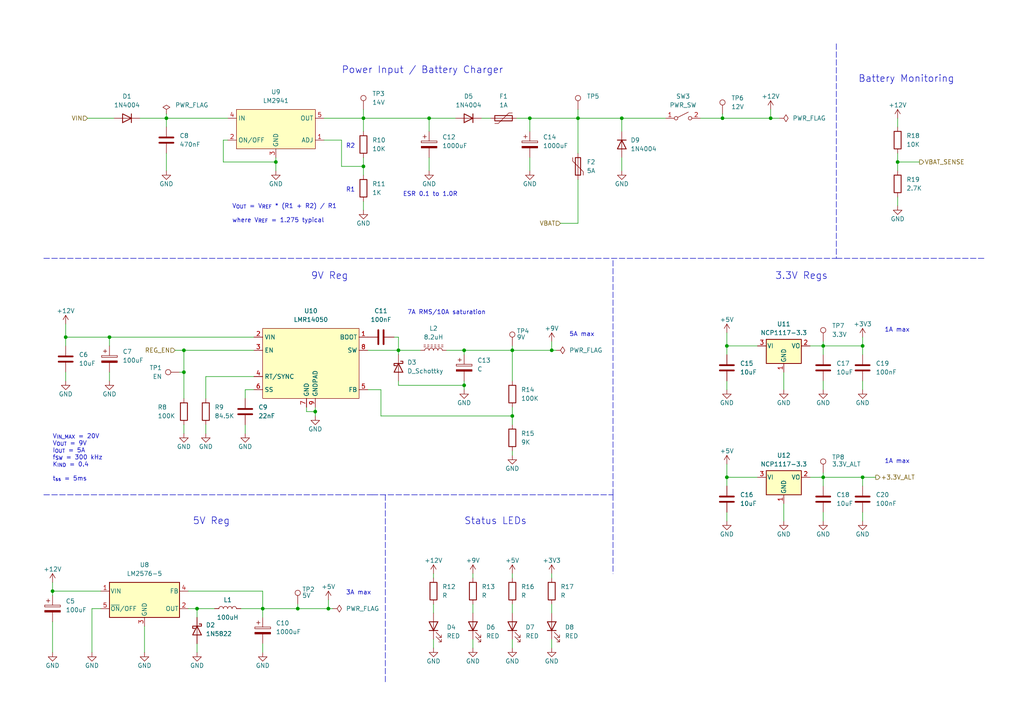
<source format=kicad_sch>
(kicad_sch (version 20211123) (generator eeschema)
  (paper "A4")
  (title_block (title "SW-3240: Power Supply") (date "2022-02-01") (rev "1") (company "saawsm"))
  (lib_symbols
    (symbol "Connector:TestPoint" (pin_numbers hide) (pin_names (offset 0.762) hide)
      (property "Reference" "TP" (at 0 6.858 0))
      (property "Value" "TestPoint" (at 0 5.08 0))
      (symbol "TestPoint_0_1"
        (circle (center 0 3.302) (radius 0.762))
      )
      (symbol "TestPoint_1_1"
        (pin passive line (at 0 0 90) (length 2.54) (name "1") (number "1"))
      )
    )
    (symbol "Device:C" (pin_numbers hide) (pin_names (offset 0.254))
      (property "Reference" "C" (at 0.635 2.54 0))
      (property "Value" "C" (at 0.635 -2.54 0))
      (symbol "C_0_1"
        (polyline (pts (xy -2.032 -0.762) (xy 2.032 -0.762)) (stroke (width 0.508)))
        (polyline (pts (xy -2.032 0.762) (xy 2.032 0.762)) (stroke (width 0.508)))
      )
      (symbol "C_1_1"
        (pin passive line (at 0 3.81 270) (length 2.794) (name "~") (number "1"))
        (pin passive line (at 0 -3.81 90) (length 2.794) (name "~") (number "2"))
      )
    )
    (symbol "Device:C_Polarized" (pin_numbers hide) (pin_names (offset 0.254))
      (property "Reference" "C" (at 0.635 2.54 0))
      (property "Value" "C_Polarized" (at 0.635 -2.54 0))
      (symbol "C_Polarized_0_1"
        (rectangle (start -2.286 0.508) (end 2.286 1.016))
        (polyline (pts (xy -1.778 2.286) (xy -0.762 2.286)))
        (polyline (pts (xy -1.27 2.794) (xy -1.27 1.778)))
        (rectangle (start 2.286 -0.508) (end -2.286 -1.016) (fill (type outline)))
      )
      (symbol "C_Polarized_1_1"
        (pin passive line (at 0 3.81 270) (length 2.794) (name "~") (number "1"))
        (pin passive line (at 0 -3.81 90) (length 2.794) (name "~") (number "2"))
      )
    )
    (symbol "Device:D" (pin_numbers hide) (pin_names (offset 1.016) hide)
      (property "Reference" "D" (at 0 2.54 0))
      (property "Value" "D" (at 0 -2.54 0))
      (symbol "D_0_1"
        (polyline (pts (xy -1.27 1.27) (xy -1.27 -1.27)) (stroke (width 0.254)))
        (polyline (pts (xy 1.27 0) (xy -1.27 0)))
        (polyline (pts (xy 1.27 1.27) (xy 1.27 -1.27) (xy -1.27 0) (xy 1.27 1.27)) (stroke (width 0.254)))
      )
      (symbol "D_1_1"
        (pin passive line (at -3.81 0 0) (length 2.54) (name "K") (number "1"))
        (pin passive line (at 3.81 0 180) (length 2.54) (name "A") (number "2"))
      )
    )
    (symbol "Device:D_Schottky" (pin_numbers hide) (pin_names (offset 1.016) hide)
      (property "Reference" "D" (at 0 2.54 0))
      (property "Value" "D_Schottky" (at 0 -2.54 0))
      (symbol "D_Schottky_0_1"
        (polyline (pts (xy 1.27 0) (xy -1.27 0)))
        (polyline (pts (xy 1.27 1.27) (xy 1.27 -1.27) (xy -1.27 0) (xy 1.27 1.27)) (stroke (width 0.254)))
        (polyline (pts (xy -1.905 0.635) (xy -1.905 1.27) (xy -1.27 1.27) (xy -1.27 -1.27) (xy -0.635 -1.27) (xy -0.635 -0.635)) (stroke (width 0.254)))
      )
      (symbol "D_Schottky_1_1"
        (pin passive line (at -3.81 0 0) (length 2.54) (name "K") (number "1"))
        (pin passive line (at 3.81 0 180) (length 2.54) (name "A") (number "2"))
      )
    )
    (symbol "Device:L" (pin_numbers hide) (pin_names (offset 1.016) hide)
      (property "Reference" "L" (at -1.27 0 90))
      (property "Value" "L" (at 1.905 0 90))
      (symbol "L_0_1"
        (arc (start 0 -2.54) (mid 0.635 -1.905) (end 0 -1.27))
        (arc (start 0 -1.27) (mid 0.635 -0.635) (end 0 0))
        (arc (start 0 0) (mid 0.635 0.635) (end 0 1.27))
        (arc (start 0 1.27) (mid 0.635 1.905) (end 0 2.54))
      )
      (symbol "L_1_1"
        (pin passive line (at 0 3.81 270) (length 1.27) (name "1") (number "1"))
        (pin passive line (at 0 -3.81 90) (length 1.27) (name "2") (number "2"))
      )
    )
    (symbol "Device:LED" (pin_numbers hide) (pin_names (offset 1.016) hide)
      (property "Reference" "D" (at 0 2.54 0))
      (property "Value" "LED" (at 0 -2.54 0))
      (symbol "LED_0_1"
        (polyline (pts (xy -1.27 -1.27) (xy -1.27 1.27)) (stroke (width 0.254)))
        (polyline (pts (xy -1.27 0) (xy 1.27 0)))
        (polyline (pts (xy 1.27 -1.27) (xy 1.27 1.27) (xy -1.27 0) (xy 1.27 -1.27)) (stroke (width 0.254)))
        (polyline (pts (xy -3.048 -0.762) (xy -4.572 -2.286) (xy -3.81 -2.286) (xy -4.572 -2.286) (xy -4.572 -1.524)))
        (polyline (pts (xy -1.778 -0.762) (xy -3.302 -2.286) (xy -2.54 -2.286) (xy -3.302 -2.286) (xy -3.302 -1.524)))
      )
      (symbol "LED_1_1"
        (pin passive line (at -3.81 0 0) (length 2.54) (name "K") (number "1"))
        (pin passive line (at 3.81 0 180) (length 2.54) (name "A") (number "2"))
      )
    )
    (symbol "Device:L_Ferrite" (pin_numbers hide) (pin_names (offset 1.016) hide)
      (property "Reference" "L" (at -1.27 0 90))
      (property "Value" "L_Ferrite" (at 2.794 0 90))
      (symbol "L_Ferrite_0_1"
        (arc (start 0 -2.54) (mid 0.635 -1.905) (end 0 -1.27))
        (arc (start 0 -1.27) (mid 0.635 -0.635) (end 0 0))
        (polyline (pts (xy 1.016 -2.794) (xy 1.016 -2.286)))
        (polyline (pts (xy 1.016 -1.778) (xy 1.016 -1.27)))
        (polyline (pts (xy 1.016 -0.762) (xy 1.016 -0.254)))
        (polyline (pts (xy 1.016 0.254) (xy 1.016 0.762)))
        (polyline (pts (xy 1.016 1.27) (xy 1.016 1.778)))
        (polyline (pts (xy 1.016 2.286) (xy 1.016 2.794)))
        (polyline (pts (xy 1.524 -2.286) (xy 1.524 -2.794)))
        (polyline (pts (xy 1.524 -1.27) (xy 1.524 -1.778)))
        (polyline (pts (xy 1.524 -0.254) (xy 1.524 -0.762)))
        (polyline (pts (xy 1.524 0.762) (xy 1.524 0.254)))
        (polyline (pts (xy 1.524 1.778) (xy 1.524 1.27)))
        (polyline (pts (xy 1.524 2.794) (xy 1.524 2.286)))
        (arc (start 0 0) (mid 0.635 0.635) (end 0 1.27))
        (arc (start 0 1.27) (mid 0.635 1.905) (end 0 2.54))
      )
      (symbol "L_Ferrite_1_1"
        (pin passive line (at 0 3.81 270) (length 1.27) (name "1") (number "1"))
        (pin passive line (at 0 -3.81 90) (length 1.27) (name "2") (number "2"))
      )
    )
    (symbol "Device:Polyfuse" (pin_numbers hide) (pin_names (offset 0))
      (property "Reference" "F" (at -2.54 0 90))
      (property "Value" "Polyfuse" (at 2.54 0 90))
      (symbol "Polyfuse_0_1"
        (rectangle (start -0.762 2.54) (end 0.762 -2.54) (stroke (width 0.254)))
        (polyline (pts (xy 0 2.54) (xy 0 -2.54)))
        (polyline (pts (xy -1.524 2.54) (xy -1.524 1.524) (xy 1.524 -1.524) (xy 1.524 -2.54)))
      )
      (symbol "Polyfuse_1_1"
        (pin passive line (at 0 3.81 270) (length 1.27) (name "~") (number "1"))
        (pin passive line (at 0 -3.81 90) (length 1.27) (name "~") (number "2"))
      )
    )
    (symbol "Device:R" (pin_numbers hide) (pin_names (offset 0))
      (property "Reference" "R" (at 2.032 0 90))
      (property "Value" "R" (at 0 0 90))
      (symbol "R_0_1"
        (rectangle (start -1.016 -2.54) (end 1.016 2.54) (stroke (width 0.254)))
      )
      (symbol "R_1_1"
        (pin passive line (at 0 3.81 270) (length 1.27) (name "~") (number "1"))
        (pin passive line (at 0 -3.81 90) (length 1.27) (name "~") (number "2"))
      )
    )
    (symbol "Regulator_Linear:NCP1117-3.3_SOT223" (pin_names (offset 0.254))
      (property "Reference" "U" (at -3.81 3.175 0))
      (property "Value" "NCP1117-3.3_SOT223" (at 0 3.175 0))
      (symbol "NCP1117-3.3_SOT223_0_1"
        (rectangle (start -5.08 -5.08) (end 5.08 1.905) (stroke (width 0.254)) (fill (type background)))
      )
      (symbol "NCP1117-3.3_SOT223_1_1"
        (pin power_in line (at 0 -7.62 90) (length 2.54) (name "GND") (number "1"))
        (pin power_out line (at 7.62 0 180) (length 2.54) (name "VO") (number "2"))
        (pin power_in line (at -7.62 0 0) (length 2.54) (name "VI") (number "3"))
      )
    )
    (symbol "Regulator_Switching:LM2576S-5" (pin_names (offset 0.254))
      (property "Reference" "U" (at -10.16 6.35 0))
      (property "Value" "LM2576S-5" (at 0 6.35 0))
      (symbol "LM2576S-5_0_1"
        (rectangle (start -10.16 5.08) (end 10.16 -5.08) (stroke (width 0.254)) (fill (type background)))
      )
      (symbol "LM2576S-5_1_1"
        (pin power_in line (at -12.7 2.54 0) (length 2.54) (name "VIN") (number "1"))
        (pin output line (at 12.7 -2.54 180) (length 2.54) (name "OUT") (number "2"))
        (pin power_in line (at 0 -7.62 90) (length 2.54) (name "GND") (number "3"))
        (pin input line (at 12.7 2.54 180) (length 2.54) (name "FB") (number "4"))
        (pin input line (at -12.7 -2.54 0) (length 2.54) (name "~{ON}/OFF") (number "5"))
      )
    )
    (symbol "SaawLib:LM2941"
      (property "Reference" "U" (at 0 7.62 0))
      (property "Value" "LM2941" (at 7.62 -6.35 0))
      (symbol "LM2941_0_1"
        (rectangle (start -11.43 6.35) (end 11.43 -5.08) (fill (type background)))
      )
      (symbol "LM2941_1_1"
        (pin input line (at 13.97 -2.54 180) (length 2.54) (name "ADJ") (number "1"))
        (pin input line (at -13.97 -2.54 0) (length 2.54) (name "ON/OFF") (number "2"))
        (pin power_in line (at 0 -7.62 90) (length 2.54) (name "GND") (number "3"))
        (pin power_in line (at -13.97 3.81 0) (length 2.54) (name "IN") (number "4"))
        (pin power_out line (at 13.97 3.81 180) (length 2.54) (name "OUT") (number "5"))
      )
    )
    (symbol "SaawLib:LMR14050"
      (property "Reference" "U" (at 0 12.7 0))
      (property "Value" "LMR14050" (at -1.27 10.16 0))
      (symbol "LMR14050_0_1"
        (rectangle (start -13.97 8.89) (end 13.97 -11.43) (fill (type background)))
      )
      (symbol "LMR14050_1_1"
        (pin output line (at 16.51 6.35 180) (length 2.54) (name "BOOT") (number "1"))
        (pin power_in line (at -16.51 6.35 0) (length 2.54) (name "VIN") (number "2"))
        (pin input line (at -16.51 2.54 0) (length 2.54) (name "EN") (number "3"))
        (pin input line (at -16.51 -5.08 0) (length 2.54) (name "RT/SYNC") (number "4"))
        (pin input line (at 16.51 -8.89 180) (length 2.54) (name "FB") (number "5"))
        (pin output line (at -16.51 -8.89 0) (length 2.54) (name "SS") (number "6"))
        (pin power_in line (at -1.27 -13.97 90) (length 2.54) (name "GND") (number "7"))
        (pin output line (at 16.51 2.54 180) (length 2.54) (name "SW") (number "8"))
        (pin power_in line (at 1.27 -13.97 90) (length 2.54) (name "GNDPAD") (number "9"))
      )
    )
    (symbol "Switch:SW_SPST" (pin_names (offset 0) hide)
      (property "Reference" "SW" (at 0 3.175 0))
      (property "Value" "SW_SPST" (at 0 -2.54 0))
      (symbol "SW_SPST_0_0"
        (circle (center -2.032 0) (radius 0.508))
        (polyline (pts (xy -1.524 0.254) (xy 1.524 1.778)))
        (circle (center 2.032 0) (radius 0.508))
      )
      (symbol "SW_SPST_1_1"
        (pin passive line (at -5.08 0 0) (length 2.54) (name "A") (number "1"))
        (pin passive line (at 5.08 0 180) (length 2.54) (name "B") (number "2"))
      )
    )
    (symbol "power:+12V" (power) (pin_names (offset 0))
      (property "Value" "+12V" (at 0 3.556 0))
      (symbol "+12V_0_1"
        (polyline (pts (xy -0.762 1.27) (xy 0 2.54)))
        (polyline (pts (xy 0 0) (xy 0 2.54)))
        (polyline (pts (xy 0 2.54) (xy 0.762 1.27)))
      )
      (symbol "+12V_1_1"
        (pin power_in line (at 0 0 90) (length 0) hide (name "+12V") (number "1"))
      )
    )
    (symbol "power:+3.3V" (power) (pin_names (offset 0))
      (property "Value" "+3.3V" (at 0 3.556 0))
      (symbol "+3.3V_0_1"
        (polyline (pts (xy -0.762 1.27) (xy 0 2.54)))
        (polyline (pts (xy 0 0) (xy 0 2.54)))
        (polyline (pts (xy 0 2.54) (xy 0.762 1.27)))
      )
      (symbol "+3.3V_1_1"
        (pin power_in line (at 0 0 90) (length 0) hide (name "+3V3") (number "1"))
      )
    )
    (symbol "power:+5V" (power) (pin_names (offset 0))
      (property "Value" "+5V" (at 0 3.556 0))
      (symbol "+5V_0_1"
        (polyline (pts (xy -0.762 1.27) (xy 0 2.54)))
        (polyline (pts (xy 0 0) (xy 0 2.54)))
        (polyline (pts (xy 0 2.54) (xy 0.762 1.27)))
      )
      (symbol "+5V_1_1"
        (pin power_in line (at 0 0 90) (length 0) hide (name "+5V") (number "1"))
      )
    )
    (symbol "power:+9V" (power) (pin_names (offset 0))
      (property "Value" "+9V" (at 0 3.556 0))
      (symbol "+9V_0_1"
        (polyline (pts (xy -0.762 1.27) (xy 0 2.54)))
        (polyline (pts (xy 0 0) (xy 0 2.54)))
        (polyline (pts (xy 0 2.54) (xy 0.762 1.27)))
      )
      (symbol "+9V_1_1"
        (pin power_in line (at 0 0 90) (length 0) hide (name "+9V") (number "1"))
      )
    )
    (symbol "power:GND" (power) (pin_names (offset 0))
      (property "Value" "GND" (at 0 -3.81 0))
      (symbol "GND_0_1"
        (polyline (pts (xy 0 0) (xy 0 -1.27) (xy 1.27 -1.27) (xy 0 -2.54) (xy -1.27 -1.27) (xy 0 -1.27)))
      )
      (symbol "GND_1_1"
        (pin power_in line (at 0 0 270) (length 0) hide (name "GND") (number "1"))
      )
    )
    (symbol "power:PWR_FLAG" (power) (pin_numbers hide) (pin_names (offset 0) hide)
      (property "Value" "PWR_FLAG" (at 0 3.81 0))
      (symbol "PWR_FLAG_0_0"
        (pin power_out line (at 0 0 90) (length 0) (name "pwr") (number "1"))
      )
      (symbol "PWR_FLAG_0_1"
        (polyline (pts (xy 0 0) (xy 0 1.27) (xy -1.016 1.905) (xy 0 2.54) (xy 1.016 1.905) (xy 0 1.27)))
      )
    )
  )
  (junction (at 148.59 101.6))
  (junction (at 105.41 34.29))
  (junction (at 167.64 34.29))
  (junction (at 250.19 100.33))
  (junction (at 57.15 176.53))
  (junction (at 76.2 176.53))
  (junction (at 53.34 107.95))
  (junction (at 31.75 97.79))
  (junction (at 134.62 101.6))
  (junction (at 223.52 34.29))
  (junction (at 48.26 34.29))
  (junction (at 180.34 34.29))
  (junction (at 238.76 138.43))
  (junction (at 15.24 171.45))
  (junction (at 134.62 111.76))
  (junction (at 105.41 48.26))
  (junction (at 95.25 176.53))
  (junction (at 160.02 101.6))
  (junction (at 250.19 138.43))
  (junction (at 153.67 34.29))
  (junction (at 115.57 101.6))
  (junction (at 91.44 119.38))
  (junction (at 19.05 97.79))
  (junction (at 209.55 34.29))
  (junction (at 210.82 100.33))
  (junction (at 80.01 46.99))
  (junction (at 86.36 176.53))
  (junction (at 53.34 101.6))
  (junction (at 260.35 46.99))
  (junction (at 238.76 100.33))
  (junction (at 210.82 138.43))
  (junction (at 148.59 120.65))
  (junction (at 124.46 34.29))
  (polyline (pts (xy 242.57 74.93) (xy 285.75 74.93)))
  (wire (pts (xy 48.26 44.45) (xy 48.26 49.53)))
  (wire (pts (xy 115.57 101.6) (xy 115.57 102.87)))
  (wire (pts (xy 71.12 123.19) (xy 71.12 125.73)))
  (wire (pts (xy 71.12 115.57) (xy 71.12 113.03)))
  (wire (pts (xy 115.57 110.49) (xy 115.57 111.76)))
  (wire (pts (xy 134.62 101.6) (xy 148.59 101.6)))
  (wire (pts (xy 15.24 171.45) (xy 15.24 172.72)))
  (wire (pts (xy 238.76 110.49) (xy 238.76 113.03)))
  (wire (pts (xy 105.41 48.26) (xy 105.41 50.8)))
  (wire (pts (xy 139.7 34.29) (xy 142.24 34.29)))
  (wire (pts (xy 238.76 138.43) (xy 234.95 138.43)))
  (wire (pts (xy 160.02 185.42) (xy 160.02 187.96)))
  (wire (pts (xy 153.67 34.29) (xy 167.64 34.29)))
  (wire (pts (xy 31.75 107.95) (xy 31.75 110.49)))
  (wire (pts (xy 105.41 34.29) (xy 124.46 34.29)))
  (polyline (pts (xy 107.95 143.51) (xy 177.8 143.51)))
  (wire (pts (xy 57.15 186.69) (xy 57.15 189.23)))
  (polyline (pts (xy 12.7 74.93) (xy 242.57 74.93)))
  (wire (pts (xy 148.59 130.81) (xy 148.59 132.08)))
  (wire (pts (xy 238.76 100.33) (xy 234.95 100.33)))
  (wire (pts (xy 115.57 111.76) (xy 134.62 111.76)))
  (wire (pts (xy 48.26 34.29) (xy 66.04 34.29)))
  (wire (pts (xy 250.19 138.43) (xy 250.19 140.97)))
  (wire (pts (xy 148.59 118.11) (xy 148.59 120.65)))
  (wire (pts (xy 95.25 176.53) (xy 95.25 173.99)))
  (wire (pts (xy 210.82 100.33) (xy 210.82 102.87)))
  (wire (pts (xy 93.98 40.64) (xy 99.06 40.64)))
  (wire (pts (xy 106.68 101.6) (xy 115.57 101.6)))
  (wire (pts (xy 210.82 138.43) (xy 219.71 138.43)))
  (wire (pts (xy 148.59 185.42) (xy 148.59 187.96)))
  (wire (pts (xy 180.34 34.29) (xy 180.34 38.1)))
  (wire (pts (xy 238.76 100.33) (xy 238.76 102.87)))
  (wire (pts (xy 180.34 45.72) (xy 180.34 49.53)))
  (wire (pts (xy 105.41 58.42) (xy 105.41 60.96)))
  (wire (pts (xy 180.34 34.29) (xy 193.04 34.29)))
  (wire (pts (xy 52.07 107.95) (xy 53.34 107.95)))
  (wire (pts (xy 48.26 33.02) (xy 48.26 34.29)))
  (wire (pts (xy 137.16 166.37) (xy 137.16 167.64)))
  (wire (pts (xy 53.34 101.6) (xy 53.34 107.95)))
  (wire (pts (xy 148.59 101.6) (xy 160.02 101.6)))
  (wire (pts (xy 59.69 115.57) (xy 59.69 109.22)))
  (wire (pts (xy 210.82 138.43) (xy 210.82 140.97)))
  (wire (pts (xy 105.41 48.26) (xy 99.06 48.26)))
  (wire (pts (xy 59.69 123.19) (xy 59.69 125.73)))
  (wire (pts (xy 91.44 119.38) (xy 91.44 120.65)))
  (wire (pts (xy 19.05 97.79) (xy 31.75 97.79)))
  (wire (pts (xy 167.64 34.29) (xy 167.64 44.45)))
  (wire (pts (xy 250.19 97.79) (xy 250.19 100.33)))
  (wire (pts (xy 69.85 176.53) (xy 76.2 176.53)))
  (wire (pts (xy 64.77 46.99) (xy 80.01 46.99)))
  (wire (pts (xy 53.34 107.95) (xy 53.34 115.57)))
  (wire (pts (xy 110.49 120.65) (xy 148.59 120.65)))
  (wire (pts (xy 88.9 119.38) (xy 88.9 118.11)))
  (wire (pts (xy 76.2 176.53) (xy 76.2 179.07)))
  (wire (pts (xy 162.56 64.77) (xy 167.64 64.77)))
  (wire (pts (xy 260.35 57.15) (xy 260.35 59.69)))
  (wire (pts (xy 66.04 40.64) (xy 64.77 40.64)))
  (wire (pts (xy 19.05 107.95) (xy 19.05 110.49)))
  (wire (pts (xy 137.16 175.26) (xy 137.16 177.8)))
  (wire (pts (xy 238.76 137.16) (xy 238.76 138.43)))
  (wire (pts (xy 53.34 123.19) (xy 53.34 125.73)))
  (wire (pts (xy 238.76 99.06) (xy 238.76 100.33)))
  (wire (pts (xy 71.12 113.03) (xy 73.66 113.03)))
  (wire (pts (xy 250.19 110.49) (xy 250.19 113.03)))
  (wire (pts (xy 260.35 46.99) (xy 266.7 46.99)))
  (wire (pts (xy 110.49 113.03) (xy 106.68 113.03)))
  (polyline (pts (xy 177.8 143.51) (xy 177.8 166.37)))
  (wire (pts (xy 210.82 100.33) (xy 219.71 100.33)))
  (wire (pts (xy 153.67 34.29) (xy 153.67 38.1)))
  (wire (pts (xy 149.86 34.29) (xy 153.67 34.29)))
  (wire (pts (xy 76.2 171.45) (xy 76.2 176.53)))
  (wire (pts (xy 19.05 100.33) (xy 19.05 97.79)))
  (wire (pts (xy 99.06 48.26) (xy 99.06 40.64)))
  (wire (pts (xy 210.82 134.62) (xy 210.82 138.43)))
  (wire (pts (xy 238.76 138.43) (xy 238.76 140.97)))
  (wire (pts (xy 250.19 100.33) (xy 250.19 102.87)))
  (wire (pts (xy 250.19 100.33) (xy 238.76 100.33)))
  (wire (pts (xy 57.15 176.53) (xy 62.23 176.53)))
  (wire (pts (xy 86.36 175.26) (xy 86.36 176.53)))
  (wire (pts (xy 40.64 34.29) (xy 48.26 34.29)))
  (wire (pts (xy 210.82 110.49) (xy 210.82 113.03)))
  (polyline (pts (xy 242.57 12.7) (xy 242.57 74.93)))
  (wire (pts (xy 167.64 64.77) (xy 167.64 52.07)))
  (wire (pts (xy 125.73 175.26) (xy 125.73 177.8)))
  (polyline (pts (xy 12.7 143.51) (xy 107.95 143.51)))
  (wire (pts (xy 41.91 181.61) (xy 41.91 189.23)))
  (wire (pts (xy 137.16 185.42) (xy 137.16 187.96)))
  (wire (pts (xy 59.69 109.22) (xy 73.66 109.22)))
  (wire (pts (xy 210.82 96.52) (xy 210.82 100.33)))
  (polyline (pts (xy 177.8 143.51) (xy 177.8 74.93)))
  (wire (pts (xy 160.02 99.06) (xy 160.02 101.6)))
  (wire (pts (xy 238.76 148.59) (xy 238.76 151.13)))
  (wire (pts (xy 167.64 31.75) (xy 167.64 34.29)))
  (wire (pts (xy 134.62 111.76) (xy 134.62 113.03)))
  (wire (pts (xy 25.4 34.29) (xy 33.02 34.29)))
  (wire (pts (xy 124.46 45.72) (xy 124.46 49.53)))
  (wire (pts (xy 110.49 120.65) (xy 110.49 113.03)))
  (wire (pts (xy 125.73 185.42) (xy 125.73 187.96)))
  (wire (pts (xy 125.73 166.37) (xy 125.73 167.64)))
  (wire (pts (xy 160.02 101.6) (xy 161.29 101.6)))
  (wire (pts (xy 124.46 34.29) (xy 124.46 38.1)))
  (wire (pts (xy 134.62 110.49) (xy 134.62 111.76)))
  (wire (pts (xy 54.61 171.45) (xy 76.2 171.45)))
  (wire (pts (xy 93.98 34.29) (xy 105.41 34.29)))
  (wire (pts (xy 15.24 168.91) (xy 15.24 171.45)))
  (wire (pts (xy 80.01 46.99) (xy 80.01 49.53)))
  (wire (pts (xy 26.67 176.53) (xy 26.67 189.23)))
  (wire (pts (xy 29.21 171.45) (xy 15.24 171.45)))
  (wire (pts (xy 160.02 166.37) (xy 160.02 167.64)))
  (wire (pts (xy 76.2 186.69) (xy 76.2 189.23)))
  (wire (pts (xy 226.06 34.29) (xy 223.52 34.29)))
  (wire (pts (xy 227.33 146.05) (xy 227.33 151.13)))
  (wire (pts (xy 86.36 176.53) (xy 95.25 176.53)))
  (wire (pts (xy 15.24 180.34) (xy 15.24 189.23)))
  (wire (pts (xy 148.59 100.33) (xy 148.59 101.6)))
  (wire (pts (xy 153.67 45.72) (xy 153.67 49.53)))
  (wire (pts (xy 238.76 138.43) (xy 250.19 138.43)))
  (wire (pts (xy 96.52 176.53) (xy 95.25 176.53)))
  (wire (pts (xy 19.05 93.98) (xy 19.05 97.79)))
  (wire (pts (xy 115.57 97.79) (xy 114.3 97.79)))
  (wire (pts (xy 80.01 45.72) (xy 80.01 46.99)))
  (wire (pts (xy 29.21 176.53) (xy 26.67 176.53)))
  (wire (pts (xy 105.41 31.75) (xy 105.41 34.29)))
  (wire (pts (xy 260.35 44.45) (xy 260.35 46.99)))
  (wire (pts (xy 148.59 166.37) (xy 148.59 167.64)))
  (wire (pts (xy 105.41 34.29) (xy 105.41 38.1)))
  (wire (pts (xy 167.64 34.29) (xy 180.34 34.29)))
  (wire (pts (xy 57.15 176.53) (xy 57.15 179.07)))
  (wire (pts (xy 54.61 176.53) (xy 57.15 176.53)))
  (wire (pts (xy 48.26 34.29) (xy 48.26 36.83)))
  (wire (pts (xy 260.35 46.99) (xy 260.35 49.53)))
  (polyline (pts (xy 111.76 143.51) (xy 111.76 198.12)))
  (wire (pts (xy 124.46 34.29) (xy 132.08 34.29)))
  (wire (pts (xy 53.34 101.6) (xy 73.66 101.6)))
  (wire (pts (xy 209.55 33.02) (xy 209.55 34.29)))
  (wire (pts (xy 203.2 34.29) (xy 209.55 34.29)))
  (wire (pts (xy 227.33 107.95) (xy 227.33 113.03)))
  (wire (pts (xy 105.41 45.72) (xy 105.41 48.26)))
  (wire (pts (xy 148.59 101.6) (xy 148.59 110.49)))
  (wire (pts (xy 250.19 138.43) (xy 254 138.43)))
  (wire (pts (xy 31.75 97.79) (xy 73.66 97.79)))
  (wire (pts (xy 91.44 118.11) (xy 91.44 119.38)))
  (wire (pts (xy 76.2 176.53) (xy 86.36 176.53)))
  (wire (pts (xy 223.52 31.75) (xy 223.52 34.29)))
  (wire (pts (xy 250.19 148.59) (xy 250.19 151.13)))
  (wire (pts (xy 115.57 101.6) (xy 115.57 97.79)))
  (wire (pts (xy 223.52 34.29) (xy 209.55 34.29)))
  (wire (pts (xy 134.62 102.87) (xy 134.62 101.6)))
  (wire (pts (xy 64.77 40.64) (xy 64.77 46.99)))
  (wire (pts (xy 31.75 97.79) (xy 31.75 100.33)))
  (wire (pts (xy 50.8 101.6) (xy 53.34 101.6)))
  (wire (pts (xy 260.35 34.29) (xy 260.35 36.83)))
  (wire (pts (xy 160.02 175.26) (xy 160.02 177.8)))
  (wire (pts (xy 91.44 119.38) (xy 88.9 119.38)))
  (wire (pts (xy 115.57 101.6) (xy 121.92 101.6)))
  (wire (pts (xy 129.54 101.6) (xy 134.62 101.6)))
  (wire (pts (xy 210.82 148.59) (xy 210.82 151.13)))
  (wire (pts (xy 148.59 120.65) (xy 148.59 123.19)))
  (wire (pts (xy 148.59 175.26) (xy 148.59 177.8)))
  (text "ESR 0.1 to 1.0R" (at 116.84 57.15 0) (effects (font (size 1.27 1.27)) (justify left bottom)))
  (text "Status LEDs" (at 134.62 152.4 0) (effects (font (size 2 2)) (justify left bottom)))
  (text "5A max" (at 165.1 97.79 0) (effects (font (size 1.27 1.27)) (justify left bottom)))
  (text "5V Reg" (at 55.88 152.4 0) (effects (font (size 2 2)) (justify left bottom)))
  (text "9V Reg" (at 90.17 81.28 0) (effects (font (size 2 2)) (justify left bottom)))
  (text "V_{OUT} = V_{REF} * (R1 + R2) / R1\n\nwhere V_{REF} = 1.275 typical" (at 67.31 64.77 0) (effects (font (size 1.27 1.27)) (justify left bottom)))
  (text "3.3V Regs" (at 224.79 81.28 0) (effects (font (size 2 2)) (justify left bottom)))
  (text "Power Input / Battery Charger" (at 99.06 21.59 0) (effects (font (size 2 2)) (justify left bottom)))
  (text "R2" (at 100.33 43.18 0) (effects (font (size 1.27 1.27)) (justify left bottom)))
  (text "Battery Monitoring" (at 248.92 24.13 0) (effects (font (size 2 2)) (justify left bottom)))
  (text "1A max" (at 256.54 96.52 0) (effects (font (size 1.27 1.27)) (justify left bottom)))
  (text "7A RMS/10A saturation" (at 118.11 91.44 0) (effects (font (size 1.27 1.27)) (justify left bottom)))
  (text "R1" (at 100.33 55.88 0) (effects (font (size 1.27 1.27)) (justify left bottom)))
  (text "1A max" (at 256.54 134.62 0) (effects (font (size 1.27 1.27)) (justify left bottom)))
  (text "V_{IN_MAX} = 20V\nV_{OUT} = 9V\nI_{OUT} = 5A\nf_{SW} = 300 kHz\nK_{IND} = 0.4\n\nt_{ss} = 5ms" (at 15.24 139.7 0) (effects (font (size 1.27 1.27)) (justify left bottom)))
  (text "3A max" (at 100.33 172.72 0) (effects (font (size 1.27 1.27)) (justify left bottom)))
  (hierarchical_label "VBAT" (shape input) (at 162.56 64.77 180))
  (hierarchical_label "VIN" (shape input) (at 25.4 34.29 180))
  (hierarchical_label "REG_EN" (shape input) (at 50.8 101.6 180))
  (hierarchical_label "VBAT_SENSE" (shape output) (at 266.7 46.99 0))
  (hierarchical_label "+3.3V_ALT" (shape output) (at 254 138.43 0))
  (symbol (lib_id "Device:R") (at 53.34 119.38 0) (unit 1)
    (property "Reference" "R8" (at 45.72 118.11 0) (effects (justify left)))
    (property "Value" "100K" (at 45.72 120.65 0) (effects (justify left)))
    (property "Footprint" "Resistor_SMD:R_0603_1608Metric" (effects hide))
  )
  (symbol (lib_id "Device:R") (at 148.59 127 0) (unit 1)
    (property "Reference" "R15" (at 151.13 125.7299 0) (effects (justify left)))
    (property "Value" "9K" (at 151.13 128.2699 0) (effects (justify left)))
  )
  (symbol (lib_id "Device:LED") (at 148.59 181.61 90) (unit 1)
    (property "Reference" "D7" (at 152.4 181.9274 90) (effects (justify right)))
    (property "Value" "RED" (at 152.4 184.4674 90) (effects (justify right)))
    (property "Footprint" "LED_SMD:LED_0805_2012Metric" (effects hide))
  )
  (symbol (lib_id "Device:C") (at 238.76 106.68 0) (unit 1)
    (property "Reference" "C17" (at 242.57 105.4099 0) (effects (justify left)))
    (property "Value" "10uF" (at 242.57 107.9499 0) (effects (justify left)))
    (property "Footprint" "Capacitor_SMD:C_0603_1608Metric" (effects hide))
  )
  (symbol (lib_id "power:GND") (at 250.19 151.13 0) (unit 1)
    (property "Reference" "#PWR085" (effects hide))
    (property "Value" "GND" (at 250.19 154.94 0))
  )
  (symbol (lib_id "Device:C") (at 71.12 119.38 180) (unit 1)
    (property "Reference" "C9" (at 74.93 118.1099 0) (effects (justify right)))
    (property "Value" "22nF" (at 74.93 120.6499 0) (effects (justify right)))
  )
  (symbol (lib_id "Device:C") (at 110.49 97.79 90) (unit 1)
    (property "Reference" "C11" (at 110.49 90.17 90))
    (property "Value" "100nF" (at 110.49 92.71 90))
  )
  (symbol (lib_id "Regulator_Linear:NCP1117-3.3_SOT223") (at 227.33 100.33 0) (unit 1)
    (property "Reference" "U11" (at 227.33 93.98 0))
    (property "Value" "NCP1117-3.3" (at 227.33 96.52 0))
    (property "Footprint" "Package_TO_SOT_SMD:SOT-223-3_TabPin2" (effects hide))
    (property "Datasheet" "http://www.onsemi.com/pub_link/Collateral/NCP1117-D.PDF" (effects hide))
  )
  (symbol (lib_id "Device:D") (at 180.34 41.91 270) (unit 1)
    (property "Reference" "D9" (at 182.88 40.6399 90) (effects (justify left)))
    (property "Value" "1N4004" (at 182.88 43.1799 90) (effects (justify left)))
    (property "Footprint" "Diode_SMD:D_SOD-123F" (effects hide))
  )
  (symbol (lib_id "Device:C_Polarized") (at 153.67 41.91 0) (unit 1)
    (property "Reference" "C14" (at 157.48 39.7509 0) (effects (justify left)))
    (property "Value" "1000uF" (at 157.48 42.2909 0) (effects (justify left)))
    (property "Footprint" "Capacitor_THT:CP_Radial_D8.0mm_P5.00mm" (effects hide))
  )
  (symbol (lib_id "Connector:TestPoint") (at 52.07 107.95 90) (unit 1)
    (property "Reference" "TP1" (at 46.99 106.6799 90) (effects (justify left)))
    (property "Value" "EN" (at 46.99 109.2199 90) (effects (justify left)))
    (property "Footprint" "TestPoint:TestPoint_THTPad_D2.0mm_Drill1.0mm" (effects hide))
  )
  (symbol (lib_id "power:GND") (at 53.34 125.73 0) (unit 1)
    (property "Reference" "#PWR051" (effects hide))
    (property "Value" "GND" (at 53.34 129.54 0))
  )
  (symbol (lib_id "power:GND") (at 125.73 187.96 0) (unit 1)
    (property "Reference" "#PWR062" (effects hide))
    (property "Value" "GND" (at 125.73 191.77 0))
  )
  (symbol (lib_id "Device:C") (at 238.76 144.78 0) (unit 1)
    (property "Reference" "C18" (at 242.57 143.5099 0) (effects (justify left)))
    (property "Value" "10uF" (at 242.57 146.0499 0) (effects (justify left)))
    (property "Footprint" "Capacitor_SMD:C_0603_1608Metric" (effects hide))
  )
  (symbol (lib_id "power:GND") (at 227.33 113.03 0) (mirror y) (unit 1)
    (property "Reference" "#PWR079" (effects hide))
    (property "Value" "GND" (at 227.33 116.84 0))
  )
  (symbol (lib_id "Device:R") (at 137.16 171.45 180) (unit 1)
    (property "Reference" "R13" (at 139.7 170.1799 0) (effects (justify right)))
    (property "Value" "R" (at 139.7 172.7199 0) (effects (justify right)))
    (property "Footprint" "Resistor_SMD:R_0603_1608Metric" (effects hide))
  )
  (symbol (lib_id "Connector:TestPoint") (at 238.76 137.16 0) (unit 1)
    (property "Reference" "TP8" (at 241.3 132.5879 0) (effects (justify left)))
    (property "Value" "3.3V_ALT" (at 241.3 134.62 0) (effects (justify left)))
    (property "Footprint" "TestPoint:TestPoint_THTPad_D2.0mm_Drill1.0mm" (effects hide))
  )
  (symbol (lib_id "power:GND") (at 137.16 187.96 0) (unit 1)
    (property "Reference" "#PWR065" (effects hide))
    (property "Value" "GND" (at 137.16 191.77 0))
  )
  (symbol (lib_id "power:GND") (at 260.35 59.69 0) (mirror y) (unit 1)
    (property "Reference" "#PWR087" (effects hide))
    (property "Value" "GND" (at 260.35 63.5 0))
  )
  (symbol (lib_id "power:GND") (at 160.02 187.96 0) (unit 1)
    (property "Reference" "#PWR072" (effects hide))
    (property "Value" "GND" (at 160.02 191.77 0))
  )
  (symbol (lib_id "Device:R") (at 59.69 119.38 0) (unit 1)
    (property "Reference" "R9" (at 62.23 118.1099 0) (effects (justify left)))
    (property "Value" "84.5K" (at 62.23 120.6499 0) (effects (justify left)))
    (property "Footprint" "Resistor_SMD:R_0603_1608Metric" (effects hide))
  )
  (symbol (lib_id "power:+5V") (at 95.25 173.99 0) (unit 1)
    (property "Reference" "#PWR058" (effects hide))
    (property "Value" "+5V" (at 95.25 170.18 0))
  )
  (symbol (lib_id "Device:C") (at 250.19 144.78 0) (unit 1)
    (property "Reference" "C20" (at 254 143.5099 0) (effects (justify left)))
    (property "Value" "100nF" (at 254 146.0499 0) (effects (justify left)))
    (property "Footprint" "Capacitor_SMD:C_0603_1608Metric" (effects hide))
  )
  (symbol (lib_id "power:GND") (at 80.01 49.53 0) (unit 1)
    (property "Reference" "#PWR056" (effects hide))
    (property "Value" "GND" (at 80.01 53.34 0))
  )
  (symbol (lib_id "power:+3.3V") (at 160.02 166.37 0) (unit 1)
    (property "Reference" "#PWR071" (effects hide))
    (property "Value" "+3.3V" (at 160.02 162.56 0))
  )
  (symbol (lib_id "power:+5V") (at 148.59 166.37 0) (unit 1)
    (property "Reference" "#PWR067" (effects hide))
    (property "Value" "+5V" (at 148.59 162.56 0))
  )
  (symbol (lib_id "power:+12V") (at 223.52 31.75 0) (unit 1)
    (property "Reference" "#PWR078" (effects hide))
    (property "Value" "+12V" (at 223.52 27.94 0))
  )
  (symbol (lib_id "power:PWR_FLAG") (at 96.52 176.53 270) (unit 1)
    (property "Reference" "#FLG03" (effects hide))
    (property "Value" "PWR_FLAG" (at 100.33 176.5299 90) (effects (justify left)))
  )
  (symbol (lib_id "Device:LED") (at 125.73 181.61 90) (unit 1)
    (property "Reference" "D4" (at 129.54 181.9274 90) (effects (justify right)))
    (property "Value" "RED" (at 129.54 184.4674 90) (effects (justify right)))
    (property "Footprint" "LED_SMD:LED_0805_2012Metric" (effects hide))
  )
  (symbol (lib_id "power:GND") (at 148.59 187.96 0) (unit 1)
    (property "Reference" "#PWR068" (effects hide))
    (property "Value" "GND" (at 148.59 191.77 0))
  )
  (symbol (lib_id "Connector:TestPoint") (at 148.59 100.33 0) (unit 1)
    (property "Reference" "TP4" (at 149.86 96.0121 0) (effects (justify left)))
    (property "Value" "9V" (at 149.86 97.79 0) (effects (justify left)))
    (property "Footprint" "TestPoint:TestPoint_THTPad_D2.0mm_Drill1.0mm" (effects hide))
  )
  (symbol (lib_id "Device:Polyfuse") (at 167.64 48.26 0) (unit 1)
    (property "Reference" "F2" (at 170.18 46.9899 0) (effects (justify left)))
    (property "Value" "5A" (at 170.18 49.5299 0) (effects (justify left)))
  )
  (symbol (lib_id "Device:C_Polarized") (at 134.62 106.68 0) (unit 1)
    (property "Reference" "C13" (at 138.43 104.5209 0) (effects (justify left)))
    (property "Value" "C" (at 138.43 107.0609 0) (effects (justify left)))
  )
  (symbol (lib_id "Device:R") (at 105.41 41.91 0) (unit 1)
    (property "Reference" "R10" (at 107.95 40.6399 0) (effects (justify left)))
    (property "Value" "10K" (at 107.95 43.1799 0) (effects (justify left)))
    (property "Footprint" "Resistor_SMD:R_0603_1608Metric" (effects hide))
  )
  (symbol (lib_id "Connector:TestPoint") (at 105.41 31.75 0) (unit 1)
    (property "Reference" "TP3" (at 107.95 27.1779 0) (effects (justify left)))
    (property "Value" "14V" (at 107.95 29.7179 0) (effects (justify left)))
    (property "Footprint" "TestPoint:TestPoint_THTPad_D2.0mm_Drill1.0mm" (effects hide))
  )
  (symbol (lib_id "Device:C_Polarized") (at 31.75 104.14 0) (unit 1)
    (property "Reference" "C7" (at 35.56 101.9809 0) (effects (justify left)))
    (property "Value" "100uF" (at 35.56 104.5209 0) (effects (justify left)))
    (property "Footprint" "Capacitor_SMD:C_0603_1608Metric" (effects hide))
  )
  (symbol (lib_id "power:GND") (at 250.19 113.03 0) (unit 1)
    (property "Reference" "#PWR084" (effects hide))
    (property "Value" "GND" (at 250.19 116.84 0))
  )
  (symbol (lib_id "Device:D_Schottky") (at 115.57 106.68 270) (unit 1)
    (property "Reference" "D3" (at 118.11 105.0924 90) (effects (justify left)))
    (property "Value" "D_Schottky" (at 118.11 107.6324 90) (effects (justify left)))
  )
  (symbol (lib_id "Device:R") (at 148.59 171.45 180) (unit 1)
    (property "Reference" "R16" (at 151.13 170.1799 0) (effects (justify right)))
    (property "Value" "R" (at 151.13 172.7199 0) (effects (justify right)))
    (property "Footprint" "Resistor_SMD:R_0603_1608Metric" (effects hide))
  )
  (symbol (lib_id "power:GND") (at 210.82 151.13 0) (unit 1)
    (property "Reference" "#PWR077" (effects hide))
    (property "Value" "GND" (at 210.82 154.94 0))
  )
  (symbol (lib_id "power:GND") (at 26.67 189.23 0) (mirror y) (unit 1)
    (property "Reference" "#PWR047" (effects hide))
    (property "Value" "GND" (at 26.67 193.04 0))
  )
  (symbol (lib_id "power:GND") (at 71.12 125.73 0) (unit 1)
    (property "Reference" "#PWR054" (effects hide))
    (property "Value" "GND" (at 71.12 129.54 0))
  )
  (symbol (lib_id "power:GND") (at 227.33 151.13 0) (mirror y) (unit 1)
    (property "Reference" "#PWR080" (effects hide))
    (property "Value" "GND" (at 227.33 154.94 0))
  )
  (symbol (lib_id "Regulator_Linear:NCP1117-3.3_SOT223") (at 227.33 138.43 0) (unit 1)
    (property "Reference" "U12" (at 227.33 132.08 0))
    (property "Value" "NCP1117-3.3" (at 227.33 134.62 0))
    (property "Footprint" "Package_TO_SOT_SMD:SOT-223-3_TabPin2" (effects hide))
    (property "Datasheet" "http://www.onsemi.com/pub_link/Collateral/NCP1117-D.PDF" (effects hide))
  )
  (symbol (lib_id "Device:R") (at 105.41 54.61 0) (unit 1)
    (property "Reference" "R11" (at 107.95 53.3399 0) (effects (justify left)))
    (property "Value" "1K" (at 107.95 55.8799 0) (effects (justify left)))
    (property "Footprint" "Resistor_SMD:R_0603_1608Metric" (effects hide))
  )
  (symbol (lib_id "Device:C") (at 210.82 106.68 0) (unit 1)
    (property "Reference" "C15" (at 214.63 105.4099 0) (effects (justify left)))
    (property "Value" "10uF" (at 214.63 107.9499 0) (effects (justify left)))
    (property "Footprint" "Capacitor_SMD:C_0603_1608Metric" (effects hide))
  )
  (symbol (lib_id "Device:D_Schottky") (at 57.15 182.88 270) (unit 1)
    (property "Reference" "D2" (at 59.69 181.2924 90) (effects (justify left)))
    (property "Value" "1N5822" (at 59.69 183.8324 90) (effects (justify left)))
  )
  (symbol (lib_id "power:+12V") (at 260.35 34.29 0) (unit 1)
    (property "Reference" "#PWR086" (effects hide))
    (property "Value" "+12V" (at 260.35 30.48 0))
  )
  (symbol (lib_id "power:GND") (at 124.46 49.53 0) (unit 1)
    (property "Reference" "#PWR060" (effects hide))
    (property "Value" "GND" (at 124.46 53.34 0))
  )
  (symbol (lib_id "power:GND") (at 134.62 113.03 0) (unit 1)
    (property "Reference" "#PWR063" (effects hide))
    (property "Value" "GND" (at 134.62 116.84 0))
  )
  (symbol (lib_id "Device:C_Polarized") (at 124.46 41.91 0) (unit 1)
    (property "Reference" "C12" (at 128.27 39.7509 0) (effects (justify left)))
    (property "Value" "1000uF" (at 128.27 42.2909 0) (effects (justify left)))
    (property "Footprint" "Capacitor_SMD:C_0603_1608Metric" (effects hide))
  )
  (symbol (lib_id "Connector:TestPoint") (at 167.64 31.75 0) (unit 1)
    (property "Reference" "TP5" (at 170.18 27.94 0) (effects (justify left)))
    (property "Value" "13.5V" (effects hide))
    (property "Footprint" "TestPoint:TestPoint_THTPad_D2.0mm_Drill1.0mm" (effects hide))
  )
  (symbol (lib_id "power:+9V") (at 160.02 99.06 0) (unit 1)
    (property "Reference" "#PWR070" (effects hide))
    (property "Value" "+9V" (at 160.02 95.25 0))
  )
  (symbol (lib_id "Device:L") (at 66.04 176.53 90) (unit 1)
    (property "Reference" "L1" (at 66.04 173.99 90))
    (property "Value" "100uH" (at 66.04 179.07 90))
  )
  (symbol (lib_id "power:GND") (at 238.76 151.13 0) (unit 1)
    (property "Reference" "#PWR082" (effects hide))
    (property "Value" "GND" (at 238.76 154.94 0))
  )
  (symbol (lib_id "power:+12V") (at 15.24 168.91 0) (unit 1)
    (property "Reference" "#PWR043" (effects hide))
    (property "Value" "+12V" (at 15.24 165.1 0))
  )
  (symbol (lib_id "power:GND") (at 76.2 189.23 0) (mirror y) (unit 1)
    (property "Reference" "#PWR055" (effects hide))
    (property "Value" "GND" (at 76.2 193.04 0))
  )
  (symbol (lib_id "power:+12V") (at 125.73 166.37 0) (unit 1)
    (property "Reference" "#PWR061" (effects hide))
    (property "Value" "+12V" (at 125.73 162.56 0))
  )
  (symbol (lib_id "Device:R") (at 148.59 114.3 0) (unit 1)
    (property "Reference" "R14" (at 151.13 113.0299 0) (effects (justify left)))
    (property "Value" "100K" (at 151.13 115.5699 0) (effects (justify left)))
  )
  (symbol (lib_id "power:PWR_FLAG") (at 226.06 34.29 270) (unit 1)
    (property "Reference" "#FLG05" (effects hide))
    (property "Value" "PWR_FLAG" (at 229.87 34.2899 90) (effects (justify left)))
  )
  (symbol (lib_id "power:GND") (at 148.59 132.08 0) (unit 1)
    (property "Reference" "#PWR066" (effects hide))
    (property "Value" "GND" (at 148.59 135.89 0))
  )
  (symbol (lib_id "power:PWR_FLAG") (at 161.29 101.6 270) (unit 1)
    (property "Reference" "#FLG04" (effects hide))
    (property "Value" "PWR_FLAG" (at 165.1 101.5999 90) (effects (justify left)))
  )
  (symbol (lib_id "Device:D") (at 135.89 34.29 180) (unit 1)
    (property "Reference" "D5" (at 135.89 27.94 0))
    (property "Value" "1N4004" (at 135.89 30.48 0))
    (property "Footprint" "Diode_SMD:D_SOD-123F" (effects hide))
  )
  (symbol (lib_id "power:GND") (at 238.76 113.03 0) (unit 1)
    (property "Reference" "#PWR081" (effects hide))
    (property "Value" "GND" (at 238.76 116.84 0))
  )
  (symbol (lib_id "SaawLib:LM2941") (at 80.01 38.1 0) (unit 1)
    (property "Reference" "U9" (at 80.01 26.67 0))
    (property "Value" "LM2941" (at 80.01 29.21 0))
    (property "Footprint" "Package_TO_SOT_SMD:TO-263-5_TabPin3" (effects hide))
    (property "Datasheet" "http://www.ti.com/lit/ds/symlink/lm2576.pdf" (effects hide))
  )
  (symbol (lib_id "power:GND") (at 91.44 120.65 0) (unit 1)
    (property "Reference" "#PWR057" (effects hide))
    (property "Value" "GND" (at 91.44 124.46 0))
  )
  (symbol (lib_id "Device:C") (at 48.26 40.64 0) (unit 1)
    (property "Reference" "C8" (at 52.07 39.3699 0) (effects (justify left)))
    (property "Value" "470nF" (at 52.07 41.9099 0) (effects (justify left)))
    (property "Footprint" "Capacitor_SMD:C_0603_1608Metric" (effects hide))
  )
  (symbol (lib_id "power:+5V") (at 210.82 96.52 0) (unit 1)
    (property "Reference" "#PWR074" (effects hide))
    (property "Value" "+5V" (at 210.82 92.71 0))
  )
  (symbol (lib_id "power:GND") (at 48.26 49.53 0) (unit 1)
    (property "Reference" "#PWR050" (effects hide))
    (property "Value" "GND" (at 48.26 53.34 0))
  )
  (symbol (lib_id "Device:C_Polarized") (at 76.2 182.88 0) (unit 1)
    (property "Reference" "C10" (at 80.01 180.7209 0) (effects (justify left)))
    (property "Value" "1000uF" (at 80.01 183.2609 0) (effects (justify left)))
    (property "Footprint" "Capacitor_SMD:C_0603_1608Metric" (effects hide))
  )
  (symbol (lib_id "Device:R") (at 260.35 53.34 0) (mirror y) (unit 1)
    (property "Reference" "R19" (at 262.89 52.0699 0) (effects (justify right)))
    (property "Value" "2.7K" (at 262.89 54.6099 0) (effects (justify right)))
    (property "Footprint" "Resistor_SMD:R_0603_1608Metric" (effects hide))
  )
  (symbol (lib_id "power:GND") (at 19.05 110.49 0) (unit 1)
    (property "Reference" "#PWR046" (effects hide))
    (property "Value" "GND" (at 19.05 114.3 0))
  )
  (symbol (lib_id "power:GND") (at 57.15 189.23 0) (mirror y) (unit 1)
    (property "Reference" "#PWR052" (effects hide))
    (property "Value" "GND" (at 57.15 193.04 0))
  )
  (symbol (lib_id "Device:R") (at 160.02 171.45 180) (unit 1)
    (property "Reference" "R17" (at 162.56 170.1799 0) (effects (justify right)))
    (property "Value" "R" (at 162.56 172.7199 0) (effects (justify right)))
    (property "Footprint" "Resistor_SMD:R_0603_1608Metric" (effects hide))
  )
  (symbol (lib_id "power:PWR_FLAG") (at 48.26 33.02 0) (unit 1)
    (property "Reference" "#FLG02" (effects hide))
    (property "Value" "PWR_FLAG" (at 50.8 30.48 0) (effects (justify left)))
  )
  (symbol (lib_id "SaawLib:LMR14050") (at 90.17 104.14 0) (unit 1)
    (property "Reference" "U10" (at 90.17 90.17 0))
    (property "Value" "LMR14050" (at 90.17 92.71 0))
  )
  (symbol (lib_id "Connector:TestPoint") (at 86.36 175.26 0) (unit 1)
    (property "Reference" "TP2" (at 87.63 170.9421 0) (effects (justify left)))
    (property "Value" "5V" (at 87.63 172.72 0) (effects (justify left)))
    (property "Footprint" "TestPoint:TestPoint_THTPad_D2.0mm_Drill1.0mm" (effects hide))
  )
  (symbol (lib_id "Device:C_Polarized") (at 15.24 176.53 0) (unit 1)
    (property "Reference" "C5" (at 19.05 174.3709 0) (effects (justify left)))
    (property "Value" "100uF" (at 19.05 176.9109 0) (effects (justify left)))
    (property "Footprint" "Capacitor_SMD:C_0603_1608Metric" (effects hide))
  )
  (symbol (lib_id "Device:C") (at 210.82 144.78 0) (unit 1)
    (property "Reference" "C16" (at 214.63 143.5099 0) (effects (justify left)))
    (property "Value" "10uF" (at 214.63 146.0499 0) (effects (justify left)))
    (property "Footprint" "Capacitor_SMD:C_0603_1608Metric" (effects hide))
  )
  (symbol (lib_id "power:GND") (at 41.91 189.23 0) (mirror y) (unit 1)
    (property "Reference" "#PWR049" (effects hide))
    (property "Value" "GND" (at 41.91 193.04 0))
  )
  (symbol (lib_id "Device:C") (at 19.05 104.14 0) (unit 1)
    (property "Reference" "C6" (at 22.86 102.8699 0) (effects (justify left)))
    (property "Value" "10uF" (at 22.86 105.4099 0) (effects (justify left)))
    (property "Footprint" "Capacitor_SMD:C_0603_1608Metric" (effects hide))
  )
  (symbol (lib_id "power:+9V") (at 137.16 166.37 0) (unit 1)
    (property "Reference" "#PWR064" (effects hide))
    (property "Value" "+9V" (at 137.16 162.56 0))
  )
  (symbol (lib_id "Device:D") (at 36.83 34.29 180) (unit 1)
    (property "Reference" "D1" (at 36.83 27.94 0))
    (property "Value" "1N4004" (at 36.83 30.48 0))
    (property "Footprint" "Diode_SMD:D_SOD-123F" (effects hide))
  )
  (symbol (lib_id "power:GND") (at 153.67 49.53 0) (unit 1)
    (property "Reference" "#PWR069" (effects hide))
    (property "Value" "GND" (at 153.67 53.34 0))
  )
  (symbol (lib_id "Switch:SW_SPST") (at 198.12 34.29 0) (unit 1)
    (property "Reference" "SW3" (at 198.12 27.94 0))
    (property "Value" "PWR_SW" (at 198.12 30.48 0))
    (property "Footprint" "Button_Switch_THT:SW_E-Switch_EG2219_DPDT_Angled" (effects hide))
  )
  (symbol (lib_id "Connector:TestPoint") (at 209.55 33.02 0) (unit 1)
    (property "Reference" "TP6" (at 212.09 28.4479 0) (effects (justify left)))
    (property "Value" "12V" (at 212.09 30.9879 0) (effects (justify left)))
    (property "Footprint" "TestPoint:TestPoint_THTPad_D2.0mm_Drill1.0mm" (effects hide))
  )
  (symbol (lib_id "power:+3.3V") (at 250.19 97.79 0) (unit 1)
    (property "Reference" "#PWR083" (effects hide))
    (property "Value" "+3.3V" (at 250.19 93.98 0))
  )
  (symbol (lib_id "Regulator_Switching:LM2576S-5") (at 41.91 173.99 0) (unit 1)
    (property "Reference" "U8" (at 41.91 163.83 0))
    (property "Value" "LM2576-5" (at 41.91 166.37 0))
    (property "Footprint" "Package_TO_SOT_SMD:TO-263-5_TabPin3" (effects hide))
    (property "Datasheet" "http://www.ti.com/lit/ds/symlink/lm2576.pdf" (effects hide))
  )
  (symbol (lib_id "power:+12V") (at 19.05 93.98 0) (unit 1)
    (property "Reference" "#PWR045" (effects hide))
    (property "Value" "+12V" (at 19.05 90.17 0))
  )
  (symbol (lib_id "power:GND") (at 210.82 113.03 0) (unit 1)
    (property "Reference" "#PWR075" (effects hide))
    (property "Value" "GND" (at 210.82 116.84 0))
  )
  (symbol (lib_id "power:GND") (at 15.24 189.23 0) (mirror y) (unit 1)
    (property "Reference" "#PWR044" (effects hide))
    (property "Value" "GND" (at 15.24 193.04 0))
  )
  (symbol (lib_id "power:GND") (at 59.69 125.73 0) (unit 1)
    (property "Reference" "#PWR053" (effects hide))
    (property "Value" "GND" (at 59.69 129.54 0))
  )
  (symbol (lib_id "Connector:TestPoint") (at 238.76 99.06 0) (unit 1)
    (property "Reference" "TP7" (at 241.3 94.4879 0) (effects (justify left)))
    (property "Value" "3.3V" (at 241.3 97.0279 0) (effects (justify left)))
    (property "Footprint" "TestPoint:TestPoint_THTPad_D2.0mm_Drill1.0mm" (effects hide))
  )
  (symbol (lib_id "Device:LED") (at 137.16 181.61 90) (unit 1)
    (property "Reference" "D6" (at 140.97 181.9274 90) (effects (justify right)))
    (property "Value" "RED" (at 140.97 184.4674 90) (effects (justify right)))
    (property "Footprint" "LED_SMD:LED_0805_2012Metric" (effects hide))
  )
  (symbol (lib_id "Device:Polyfuse") (at 146.05 34.29 90) (unit 1)
    (property "Reference" "F1" (at 146.05 27.94 90))
    (property "Value" "1A" (at 146.05 30.48 90))
  )
  (symbol (lib_id "power:+5V") (at 210.82 134.62 0) (unit 1)
    (property "Reference" "#PWR076" (effects hide))
    (property "Value" "+5V" (at 210.82 130.81 0))
  )
  (symbol (lib_id "power:GND") (at 105.41 60.96 0) (unit 1)
    (property "Reference" "#PWR059" (effects hide))
    (property "Value" "GND" (at 105.41 64.77 0))
  )
  (symbol (lib_id "power:GND") (at 180.34 49.53 0) (unit 1)
    (property "Reference" "#PWR073" (effects hide))
    (property "Value" "GND" (at 180.34 53.34 0))
  )
  (symbol (lib_id "Device:C") (at 250.19 106.68 0) (unit 1)
    (property "Reference" "C19" (at 254 105.4099 0) (effects (justify left)))
    (property "Value" "100nF" (at 254 107.9499 0) (effects (justify left)))
    (property "Footprint" "Capacitor_SMD:C_0603_1608Metric" (effects hide))
  )
  (symbol (lib_id "power:GND") (at 31.75 110.49 0) (unit 1)
    (property "Reference" "#PWR048" (effects hide))
    (property "Value" "GND" (at 31.75 114.3 0))
  )
  (symbol (lib_id "Device:L_Ferrite") (at 125.73 101.6 90) (unit 1)
    (property "Reference" "L2" (at 125.73 95.25 90))
    (property "Value" "8.2uH" (at 125.73 97.79 90))
  )
  (symbol (lib_id "Device:R") (at 125.73 171.45 180) (unit 1)
    (property "Reference" "R12" (at 128.27 170.1799 0) (effects (justify right)))
    (property "Value" "R" (at 128.27 172.7199 0) (effects (justify right)))
    (property "Footprint" "Resistor_SMD:R_0603_1608Metric" (effects hide))
  )
  (symbol (lib_id "Device:LED") (at 160.02 181.61 90) (unit 1)
    (property "Reference" "D8" (at 163.83 181.9274 90) (effects (justify right)))
    (property "Value" "RED" (at 163.83 184.4674 90) (effects (justify right)))
    (property "Footprint" "LED_SMD:LED_0805_2012Metric" (effects hide))
  )
  (symbol (lib_id "Device:R") (at 260.35 40.64 0) (mirror y) (unit 1)
    (property "Reference" "R18" (at 262.89 39.3699 0) (effects (justify right)))
    (property "Value" "10K" (at 262.89 41.9099 0) (effects (justify right)))
    (property "Footprint" "Resistor_SMD:R_0603_1608Metric" (effects hide))
  )
)
</source>
